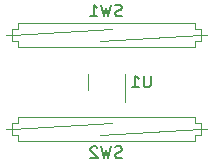
<source format=gbr>
%TF.GenerationSoftware,KiCad,Pcbnew,(6.0.6)*%
%TF.CreationDate,2022-09-03T18:56:24+02:00*%
%TF.ProjectId,Sensors,53656e73-6f72-4732-9e6b-696361645f70,Rev.02*%
%TF.SameCoordinates,Original*%
%TF.FileFunction,Legend,Bot*%
%TF.FilePolarity,Positive*%
%FSLAX46Y46*%
G04 Gerber Fmt 4.6, Leading zero omitted, Abs format (unit mm)*
G04 Created by KiCad (PCBNEW (6.0.6)) date 2022-09-03 18:56:24*
%MOMM*%
%LPD*%
G01*
G04 APERTURE LIST*
%ADD10C,0.150000*%
%ADD11C,0.120000*%
G04 APERTURE END LIST*
D10*
%TO.C,SW2*%
X81333333Y-56404761D02*
X81190476Y-56452380D01*
X80952380Y-56452380D01*
X80857142Y-56404761D01*
X80809523Y-56357142D01*
X80761904Y-56261904D01*
X80761904Y-56166666D01*
X80809523Y-56071428D01*
X80857142Y-56023809D01*
X80952380Y-55976190D01*
X81142857Y-55928571D01*
X81238095Y-55880952D01*
X81285714Y-55833333D01*
X81333333Y-55738095D01*
X81333333Y-55642857D01*
X81285714Y-55547619D01*
X81238095Y-55500000D01*
X81142857Y-55452380D01*
X80904761Y-55452380D01*
X80761904Y-55500000D01*
X80428571Y-55452380D02*
X80190476Y-56452380D01*
X80000000Y-55738095D01*
X79809523Y-56452380D01*
X79571428Y-55452380D01*
X79238095Y-55547619D02*
X79190476Y-55500000D01*
X79095238Y-55452380D01*
X78857142Y-55452380D01*
X78761904Y-55500000D01*
X78714285Y-55547619D01*
X78666666Y-55642857D01*
X78666666Y-55738095D01*
X78714285Y-55880952D01*
X79285714Y-56452380D01*
X78666666Y-56452380D01*
%TO.C,SW1*%
X81333333Y-44404761D02*
X81190476Y-44452380D01*
X80952380Y-44452380D01*
X80857142Y-44404761D01*
X80809523Y-44357142D01*
X80761904Y-44261904D01*
X80761904Y-44166666D01*
X80809523Y-44071428D01*
X80857142Y-44023809D01*
X80952380Y-43976190D01*
X81142857Y-43928571D01*
X81238095Y-43880952D01*
X81285714Y-43833333D01*
X81333333Y-43738095D01*
X81333333Y-43642857D01*
X81285714Y-43547619D01*
X81238095Y-43500000D01*
X81142857Y-43452380D01*
X80904761Y-43452380D01*
X80761904Y-43500000D01*
X80428571Y-43452380D02*
X80190476Y-44452380D01*
X80000000Y-43738095D01*
X79809523Y-44452380D01*
X79571428Y-43452380D01*
X78666666Y-44452380D02*
X79238095Y-44452380D01*
X78952380Y-44452380D02*
X78952380Y-43452380D01*
X79047619Y-43595238D01*
X79142857Y-43690476D01*
X79238095Y-43738095D01*
%TO.C,U1*%
X83761904Y-49452380D02*
X83761904Y-50261904D01*
X83714285Y-50357142D01*
X83666666Y-50404761D01*
X83571428Y-50452380D01*
X83380952Y-50452380D01*
X83285714Y-50404761D01*
X83238095Y-50357142D01*
X83190476Y-50261904D01*
X83190476Y-49452380D01*
X82190476Y-50452380D02*
X82761904Y-50452380D01*
X82476190Y-50452380D02*
X82476190Y-49452380D01*
X82571428Y-49595238D01*
X82666666Y-49690476D01*
X82761904Y-49738095D01*
D11*
%TO.C,SW2*%
X72000000Y-54500000D02*
X72000000Y-53500000D01*
X72000000Y-54000000D02*
X71500000Y-54000000D01*
X72500000Y-53000000D02*
X87500000Y-53000000D01*
X72500000Y-54500000D02*
X72000000Y-54500000D01*
X87500000Y-53500000D02*
X88000000Y-53500000D01*
X88000000Y-53500000D02*
X88000000Y-54500000D01*
X72500000Y-55000000D02*
X72500000Y-54500000D01*
X87500000Y-54500000D02*
X87500000Y-55000000D01*
X88000000Y-54500000D02*
X87500000Y-54500000D01*
X88000000Y-54000000D02*
X88500000Y-54000000D01*
X72000000Y-53500000D02*
X72500000Y-53500000D01*
X79500000Y-54500000D02*
X88000000Y-54000000D01*
X87500000Y-53000000D02*
X87500000Y-53500000D01*
X72000000Y-54000000D02*
X80500000Y-53500000D01*
X87500000Y-55000000D02*
X72500000Y-55000000D01*
X72500000Y-53500000D02*
X72500000Y-53000000D01*
%TO.C,SW1*%
X87500000Y-47000000D02*
X72500000Y-47000000D01*
X88000000Y-46500000D02*
X87500000Y-46500000D01*
X72000000Y-45500000D02*
X72500000Y-45500000D01*
X88000000Y-45500000D02*
X88000000Y-46500000D01*
X72000000Y-46000000D02*
X71500000Y-46000000D01*
X88000000Y-46000000D02*
X88500000Y-46000000D01*
X72500000Y-45000000D02*
X87500000Y-45000000D01*
X79500000Y-46500000D02*
X88000000Y-46000000D01*
X87500000Y-45000000D02*
X87500000Y-45500000D01*
X72500000Y-47000000D02*
X72500000Y-46500000D01*
X72000000Y-46000000D02*
X80500000Y-45500000D01*
X72000000Y-46500000D02*
X72000000Y-45500000D01*
X87500000Y-45500000D02*
X88000000Y-45500000D01*
X72500000Y-45500000D02*
X72500000Y-45000000D01*
X72500000Y-46500000D02*
X72000000Y-46500000D01*
X87500000Y-46500000D02*
X87500000Y-47000000D01*
%TO.C,U1*%
X81560000Y-50000000D02*
X81560000Y-49350000D01*
X78440000Y-50000000D02*
X78440000Y-50650000D01*
X78440000Y-50000000D02*
X78440000Y-49350000D01*
X81560000Y-50000000D02*
X81560000Y-51675000D01*
%TD*%
M02*

</source>
